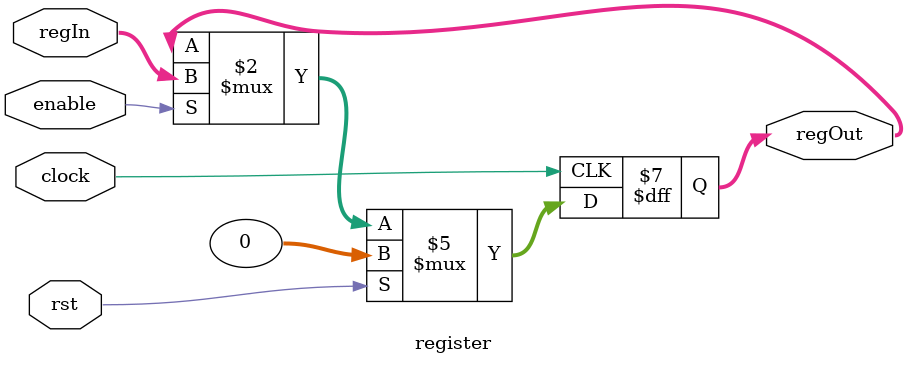
<source format=v>
module register  #(parameter integer size = 32)(clock, rst, enable, regIn, regOut);
    input clock, rst, enable;
    input [size - 1:0] regIn;
    output reg [size - 1: 0] regOut;
    
    always @(posedge clock) begin
    	if (rst) regOut <= 0;
    	else if (enable) regOut <= regIn;        
    end
endmodule
</source>
